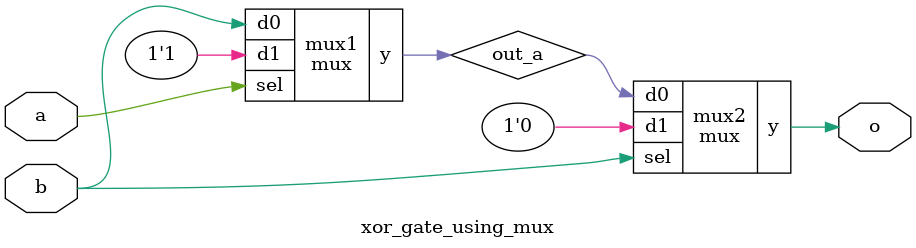
<source format=sv>

module mux
(
  input  d0, d1,
  input  sel,
  output y
);

  assign y = sel ? d1 : d0;

endmodule

//----------------------------------------------------------------------------
// Task
//----------------------------------------------------------------------------

module xor_gate_using_mux
(
    input  a,
    input  b,
    output o
);

  // Task:
  // Implement xor gate using instance(s) of mux,
  // constants 0 and 1, and wire connections

  wire out_a, out_b;

    mux mux1 (
    .d0(b),
    .d1(1'b1),
    .sel(a),
    .y(out_a)
  );

  mux mux2 (
    .d0(out_a),
    .d1(1'b0),
    .sel(b),
    .y(o)
  );


endmodule

</source>
